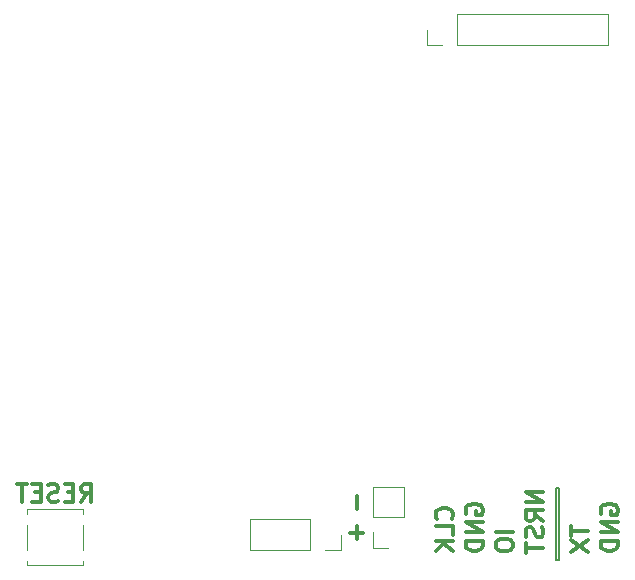
<source format=gbo>
G04 #@! TF.GenerationSoftware,KiCad,Pcbnew,5.0.0*
G04 #@! TF.CreationDate,2018-08-01T03:37:20+02:00*
G04 #@! TF.ProjectId,mokki-dev-board,6D6F6B6B692D6465762D626F6172642E,rev?*
G04 #@! TF.SameCoordinates,Original*
G04 #@! TF.FileFunction,Legend,Bot*
G04 #@! TF.FilePolarity,Positive*
%FSLAX46Y46*%
G04 Gerber Fmt 4.6, Leading zero omitted, Abs format (unit mm)*
G04 Created by KiCad (PCBNEW 5.0.0) date Wed Aug  1 03:37:20 2018*
%MOMM*%
%LPD*%
G01*
G04 APERTURE LIST*
%ADD10C,0.200000*%
%ADD11C,0.300000*%
%ADD12C,0.120000*%
G04 APERTURE END LIST*
D10*
X190918000Y-128876000D02*
X190918000Y-128368000D01*
X191172000Y-128876000D02*
X190918000Y-128876000D01*
X191172000Y-122780000D02*
X191172000Y-128876000D01*
X190918000Y-122780000D02*
X191172000Y-122780000D01*
X190918000Y-128368000D02*
X190918000Y-122780000D01*
D11*
X194740000Y-124998428D02*
X194668571Y-124855571D01*
X194668571Y-124641285D01*
X194740000Y-124427000D01*
X194882857Y-124284142D01*
X195025714Y-124212714D01*
X195311428Y-124141285D01*
X195525714Y-124141285D01*
X195811428Y-124212714D01*
X195954285Y-124284142D01*
X196097142Y-124427000D01*
X196168571Y-124641285D01*
X196168571Y-124784142D01*
X196097142Y-124998428D01*
X196025714Y-125069857D01*
X195525714Y-125069857D01*
X195525714Y-124784142D01*
X196168571Y-125712714D02*
X194668571Y-125712714D01*
X196168571Y-126569857D01*
X194668571Y-126569857D01*
X196168571Y-127284142D02*
X194668571Y-127284142D01*
X194668571Y-127641285D01*
X194740000Y-127855571D01*
X194882857Y-127998428D01*
X195025714Y-128069857D01*
X195311428Y-128141285D01*
X195525714Y-128141285D01*
X195811428Y-128069857D01*
X195954285Y-127998428D01*
X196097142Y-127855571D01*
X196168571Y-127641285D01*
X196168571Y-127284142D01*
X192128571Y-125998428D02*
X192128571Y-126855571D01*
X193628571Y-126427000D02*
X192128571Y-126427000D01*
X192128571Y-127212714D02*
X193628571Y-128212714D01*
X192128571Y-128212714D02*
X193628571Y-127212714D01*
X189818571Y-123141285D02*
X188318571Y-123141285D01*
X189818571Y-123998428D01*
X188318571Y-123998428D01*
X189818571Y-125569857D02*
X189104285Y-125069857D01*
X189818571Y-124712714D02*
X188318571Y-124712714D01*
X188318571Y-125284142D01*
X188390000Y-125427000D01*
X188461428Y-125498428D01*
X188604285Y-125569857D01*
X188818571Y-125569857D01*
X188961428Y-125498428D01*
X189032857Y-125427000D01*
X189104285Y-125284142D01*
X189104285Y-124712714D01*
X189747142Y-126141285D02*
X189818571Y-126355571D01*
X189818571Y-126712714D01*
X189747142Y-126855571D01*
X189675714Y-126927000D01*
X189532857Y-126998428D01*
X189390000Y-126998428D01*
X189247142Y-126927000D01*
X189175714Y-126855571D01*
X189104285Y-126712714D01*
X189032857Y-126427000D01*
X188961428Y-126284142D01*
X188890000Y-126212714D01*
X188747142Y-126141285D01*
X188604285Y-126141285D01*
X188461428Y-126212714D01*
X188390000Y-126284142D01*
X188318571Y-126427000D01*
X188318571Y-126784142D01*
X188390000Y-126998428D01*
X188318571Y-127427000D02*
X188318571Y-128284142D01*
X189818571Y-127855571D02*
X188318571Y-127855571D01*
X187278571Y-126498428D02*
X185778571Y-126498428D01*
X185778571Y-127498428D02*
X185778571Y-127784142D01*
X185850000Y-127927000D01*
X185992857Y-128069857D01*
X186278571Y-128141285D01*
X186778571Y-128141285D01*
X187064285Y-128069857D01*
X187207142Y-127927000D01*
X187278571Y-127784142D01*
X187278571Y-127498428D01*
X187207142Y-127355571D01*
X187064285Y-127212714D01*
X186778571Y-127141285D01*
X186278571Y-127141285D01*
X185992857Y-127212714D01*
X185850000Y-127355571D01*
X185778571Y-127498428D01*
X183310000Y-124998428D02*
X183238571Y-124855571D01*
X183238571Y-124641285D01*
X183310000Y-124427000D01*
X183452857Y-124284142D01*
X183595714Y-124212714D01*
X183881428Y-124141285D01*
X184095714Y-124141285D01*
X184381428Y-124212714D01*
X184524285Y-124284142D01*
X184667142Y-124427000D01*
X184738571Y-124641285D01*
X184738571Y-124784142D01*
X184667142Y-124998428D01*
X184595714Y-125069857D01*
X184095714Y-125069857D01*
X184095714Y-124784142D01*
X184738571Y-125712714D02*
X183238571Y-125712714D01*
X184738571Y-126569857D01*
X183238571Y-126569857D01*
X184738571Y-127284142D02*
X183238571Y-127284142D01*
X183238571Y-127641285D01*
X183310000Y-127855571D01*
X183452857Y-127998428D01*
X183595714Y-128069857D01*
X183881428Y-128141285D01*
X184095714Y-128141285D01*
X184381428Y-128069857D01*
X184524285Y-127998428D01*
X184667142Y-127855571D01*
X184738571Y-127641285D01*
X184738571Y-127284142D01*
X182055714Y-125427000D02*
X182127142Y-125355571D01*
X182198571Y-125141285D01*
X182198571Y-124998428D01*
X182127142Y-124784142D01*
X181984285Y-124641285D01*
X181841428Y-124569857D01*
X181555714Y-124498428D01*
X181341428Y-124498428D01*
X181055714Y-124569857D01*
X180912857Y-124641285D01*
X180770000Y-124784142D01*
X180698571Y-124998428D01*
X180698571Y-125141285D01*
X180770000Y-125355571D01*
X180841428Y-125427000D01*
X182198571Y-126784142D02*
X182198571Y-126069857D01*
X180698571Y-126069857D01*
X182198571Y-127284142D02*
X180698571Y-127284142D01*
X182198571Y-128141285D02*
X181341428Y-127498428D01*
X180698571Y-128141285D02*
X181555714Y-127284142D01*
X150678571Y-123966571D02*
X151178571Y-123252285D01*
X151535714Y-123966571D02*
X151535714Y-122466571D01*
X150964285Y-122466571D01*
X150821428Y-122538000D01*
X150750000Y-122609428D01*
X150678571Y-122752285D01*
X150678571Y-122966571D01*
X150750000Y-123109428D01*
X150821428Y-123180857D01*
X150964285Y-123252285D01*
X151535714Y-123252285D01*
X150035714Y-123180857D02*
X149535714Y-123180857D01*
X149321428Y-123966571D02*
X150035714Y-123966571D01*
X150035714Y-122466571D01*
X149321428Y-122466571D01*
X148750000Y-123895142D02*
X148535714Y-123966571D01*
X148178571Y-123966571D01*
X148035714Y-123895142D01*
X147964285Y-123823714D01*
X147892857Y-123680857D01*
X147892857Y-123538000D01*
X147964285Y-123395142D01*
X148035714Y-123323714D01*
X148178571Y-123252285D01*
X148464285Y-123180857D01*
X148607142Y-123109428D01*
X148678571Y-123038000D01*
X148750000Y-122895142D01*
X148750000Y-122752285D01*
X148678571Y-122609428D01*
X148607142Y-122538000D01*
X148464285Y-122466571D01*
X148107142Y-122466571D01*
X147892857Y-122538000D01*
X147250000Y-123180857D02*
X146750000Y-123180857D01*
X146535714Y-123966571D02*
X147250000Y-123966571D01*
X147250000Y-122466571D01*
X146535714Y-122466571D01*
X146107142Y-122466571D02*
X145250000Y-122466571D01*
X145678571Y-123966571D02*
X145678571Y-122466571D01*
X174007142Y-123478571D02*
X174007142Y-124621428D01*
X174007142Y-126018571D02*
X174007142Y-127161428D01*
X174578571Y-126590000D02*
X173435714Y-126590000D01*
D12*
G04 #@! TO.C,SW1*
X172690000Y-128079000D02*
X172690000Y-126749000D01*
X171360000Y-128079000D02*
X172690000Y-128079000D01*
X170090000Y-128079000D02*
X170090000Y-125419000D01*
X170090000Y-125419000D02*
X164950000Y-125419000D01*
X170090000Y-128079000D02*
X164950000Y-128079000D01*
X164950000Y-128079000D02*
X164950000Y-125419000D01*
G04 #@! TO.C,BT1*
X175364000Y-122694600D02*
X178024000Y-122694600D01*
X175364000Y-125294600D02*
X175364000Y-122694600D01*
X178024000Y-125294600D02*
X178024000Y-122694600D01*
X175364000Y-125294600D02*
X178024000Y-125294600D01*
X175364000Y-126564600D02*
X175364000Y-127894600D01*
X175364000Y-127894600D02*
X176694000Y-127894600D01*
G04 #@! TO.C,SW2*
X150870000Y-124630000D02*
X146130000Y-124630000D01*
X150870000Y-124630000D02*
X150870000Y-125030000D01*
X146130000Y-124630000D02*
X146130000Y-125030000D01*
X150870000Y-129370000D02*
X150870000Y-128970000D01*
X150870000Y-129370000D02*
X146130000Y-129370000D01*
X146130000Y-129370000D02*
X146130000Y-128970000D01*
X146130000Y-128030000D02*
X146130000Y-125970000D01*
X150870000Y-128030000D02*
X150870000Y-125970000D01*
G04 #@! TO.C,J4*
X182536000Y-82670000D02*
X182536000Y-85330000D01*
X182536000Y-82670000D02*
X195296000Y-82670000D01*
X195296000Y-82670000D02*
X195296000Y-85330000D01*
X182536000Y-85330000D02*
X195296000Y-85330000D01*
X179936000Y-85330000D02*
X181266000Y-85330000D01*
X179936000Y-84000000D02*
X179936000Y-85330000D01*
G04 #@! TD*
M02*

</source>
